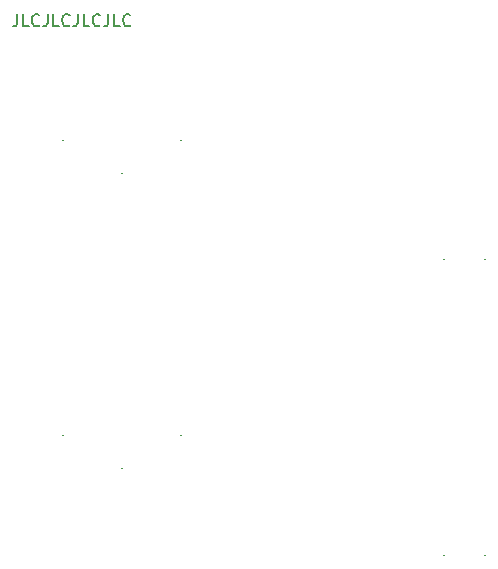
<source format=gbr>
%TF.GenerationSoftware,KiCad,Pcbnew,7.0.8*%
%TF.CreationDate,2024-04-23T11:22:23-04:00*%
%TF.ProjectId,keyboard-roller-encoder,6b657962-6f61-4726-942d-726f6c6c6572,rev?*%
%TF.SameCoordinates,Original*%
%TF.FileFunction,Legend,Top*%
%TF.FilePolarity,Positive*%
%FSLAX46Y46*%
G04 Gerber Fmt 4.6, Leading zero omitted, Abs format (unit mm)*
G04 Created by KiCad (PCBNEW 7.0.8) date 2024-04-23 11:22:23*
%MOMM*%
%LPD*%
G01*
G04 APERTURE LIST*
%ADD10C,0.150000*%
G04 APERTURE END LIST*
D10*
X35497106Y-56500001D02*
X35497106Y-56500001D01*
X25497106Y-56500001D02*
X25497106Y-56500001D01*
X30497106Y-59300001D02*
X30497106Y-59300001D01*
X21622493Y-20869819D02*
X21622493Y-21584104D01*
X21622493Y-21584104D02*
X21574874Y-21726961D01*
X21574874Y-21726961D02*
X21479636Y-21822200D01*
X21479636Y-21822200D02*
X21336779Y-21869819D01*
X21336779Y-21869819D02*
X21241541Y-21869819D01*
X22574874Y-21869819D02*
X22098684Y-21869819D01*
X22098684Y-21869819D02*
X22098684Y-20869819D01*
X23479636Y-21774580D02*
X23432017Y-21822200D01*
X23432017Y-21822200D02*
X23289160Y-21869819D01*
X23289160Y-21869819D02*
X23193922Y-21869819D01*
X23193922Y-21869819D02*
X23051065Y-21822200D01*
X23051065Y-21822200D02*
X22955827Y-21726961D01*
X22955827Y-21726961D02*
X22908208Y-21631723D01*
X22908208Y-21631723D02*
X22860589Y-21441247D01*
X22860589Y-21441247D02*
X22860589Y-21298390D01*
X22860589Y-21298390D02*
X22908208Y-21107914D01*
X22908208Y-21107914D02*
X22955827Y-21012676D01*
X22955827Y-21012676D02*
X23051065Y-20917438D01*
X23051065Y-20917438D02*
X23193922Y-20869819D01*
X23193922Y-20869819D02*
X23289160Y-20869819D01*
X23289160Y-20869819D02*
X23432017Y-20917438D01*
X23432017Y-20917438D02*
X23479636Y-20965057D01*
X24193922Y-20869819D02*
X24193922Y-21584104D01*
X24193922Y-21584104D02*
X24146303Y-21726961D01*
X24146303Y-21726961D02*
X24051065Y-21822200D01*
X24051065Y-21822200D02*
X23908208Y-21869819D01*
X23908208Y-21869819D02*
X23812970Y-21869819D01*
X25146303Y-21869819D02*
X24670113Y-21869819D01*
X24670113Y-21869819D02*
X24670113Y-20869819D01*
X26051065Y-21774580D02*
X26003446Y-21822200D01*
X26003446Y-21822200D02*
X25860589Y-21869819D01*
X25860589Y-21869819D02*
X25765351Y-21869819D01*
X25765351Y-21869819D02*
X25622494Y-21822200D01*
X25622494Y-21822200D02*
X25527256Y-21726961D01*
X25527256Y-21726961D02*
X25479637Y-21631723D01*
X25479637Y-21631723D02*
X25432018Y-21441247D01*
X25432018Y-21441247D02*
X25432018Y-21298390D01*
X25432018Y-21298390D02*
X25479637Y-21107914D01*
X25479637Y-21107914D02*
X25527256Y-21012676D01*
X25527256Y-21012676D02*
X25622494Y-20917438D01*
X25622494Y-20917438D02*
X25765351Y-20869819D01*
X25765351Y-20869819D02*
X25860589Y-20869819D01*
X25860589Y-20869819D02*
X26003446Y-20917438D01*
X26003446Y-20917438D02*
X26051065Y-20965057D01*
X26765351Y-20869819D02*
X26765351Y-21584104D01*
X26765351Y-21584104D02*
X26717732Y-21726961D01*
X26717732Y-21726961D02*
X26622494Y-21822200D01*
X26622494Y-21822200D02*
X26479637Y-21869819D01*
X26479637Y-21869819D02*
X26384399Y-21869819D01*
X27717732Y-21869819D02*
X27241542Y-21869819D01*
X27241542Y-21869819D02*
X27241542Y-20869819D01*
X28622494Y-21774580D02*
X28574875Y-21822200D01*
X28574875Y-21822200D02*
X28432018Y-21869819D01*
X28432018Y-21869819D02*
X28336780Y-21869819D01*
X28336780Y-21869819D02*
X28193923Y-21822200D01*
X28193923Y-21822200D02*
X28098685Y-21726961D01*
X28098685Y-21726961D02*
X28051066Y-21631723D01*
X28051066Y-21631723D02*
X28003447Y-21441247D01*
X28003447Y-21441247D02*
X28003447Y-21298390D01*
X28003447Y-21298390D02*
X28051066Y-21107914D01*
X28051066Y-21107914D02*
X28098685Y-21012676D01*
X28098685Y-21012676D02*
X28193923Y-20917438D01*
X28193923Y-20917438D02*
X28336780Y-20869819D01*
X28336780Y-20869819D02*
X28432018Y-20869819D01*
X28432018Y-20869819D02*
X28574875Y-20917438D01*
X28574875Y-20917438D02*
X28622494Y-20965057D01*
X29336780Y-20869819D02*
X29336780Y-21584104D01*
X29336780Y-21584104D02*
X29289161Y-21726961D01*
X29289161Y-21726961D02*
X29193923Y-21822200D01*
X29193923Y-21822200D02*
X29051066Y-21869819D01*
X29051066Y-21869819D02*
X28955828Y-21869819D01*
X30289161Y-21869819D02*
X29812971Y-21869819D01*
X29812971Y-21869819D02*
X29812971Y-20869819D01*
X31193923Y-21774580D02*
X31146304Y-21822200D01*
X31146304Y-21822200D02*
X31003447Y-21869819D01*
X31003447Y-21869819D02*
X30908209Y-21869819D01*
X30908209Y-21869819D02*
X30765352Y-21822200D01*
X30765352Y-21822200D02*
X30670114Y-21726961D01*
X30670114Y-21726961D02*
X30622495Y-21631723D01*
X30622495Y-21631723D02*
X30574876Y-21441247D01*
X30574876Y-21441247D02*
X30574876Y-21298390D01*
X30574876Y-21298390D02*
X30622495Y-21107914D01*
X30622495Y-21107914D02*
X30670114Y-21012676D01*
X30670114Y-21012676D02*
X30765352Y-20917438D01*
X30765352Y-20917438D02*
X30908209Y-20869819D01*
X30908209Y-20869819D02*
X31003447Y-20869819D01*
X31003447Y-20869819D02*
X31146304Y-20917438D01*
X31146304Y-20917438D02*
X31193923Y-20965057D01*
X35497106Y-31500001D02*
X35497106Y-31500001D01*
X25497106Y-31500001D02*
X25497106Y-31500001D01*
X30497106Y-34300001D02*
X30497106Y-34300001D01*
%TO.C,S1*%
X57754495Y-66606446D02*
X57754495Y-66606446D01*
X61254495Y-66606446D02*
X61254495Y-66606446D01*
X57754495Y-41606446D02*
X57754495Y-41606446D01*
X61254495Y-41606446D02*
X61254495Y-41606446D01*
%TD*%
M02*

</source>
